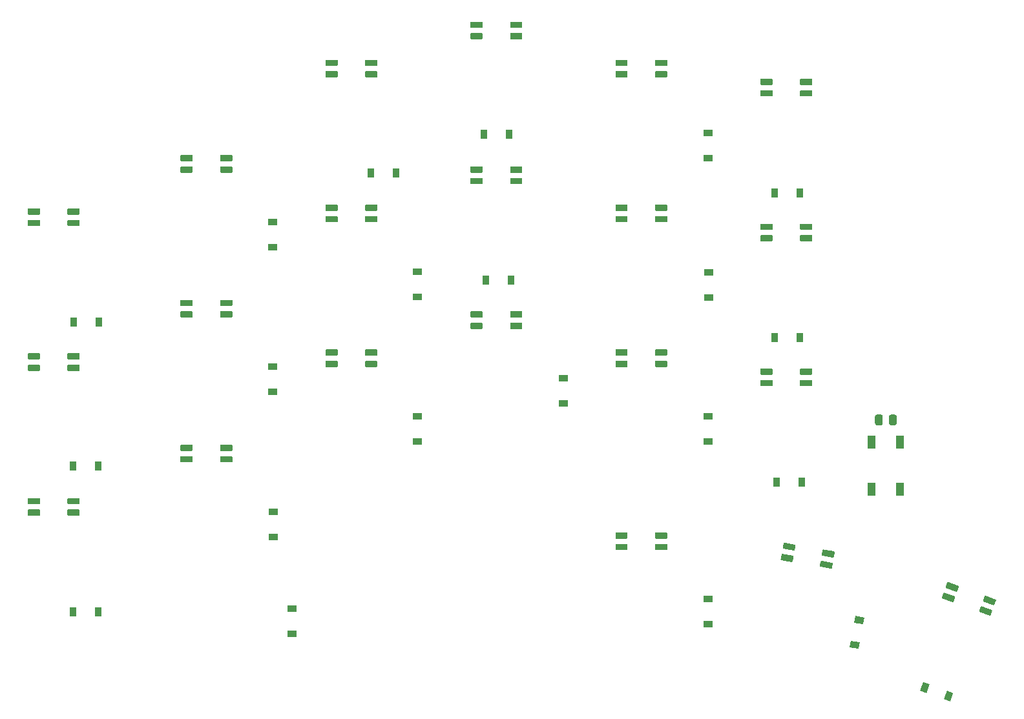
<source format=gbr>
%TF.GenerationSoftware,KiCad,Pcbnew,(5.1.10)-1*%
%TF.CreationDate,2021-12-02T09:38:37-08:00*%
%TF.ProjectId,luakeeb,6c75616b-6565-4622-9e6b-696361645f70,rev?*%
%TF.SameCoordinates,Original*%
%TF.FileFunction,Paste,Top*%
%TF.FilePolarity,Positive*%
%FSLAX46Y46*%
G04 Gerber Fmt 4.6, Leading zero omitted, Abs format (unit mm)*
G04 Created by KiCad (PCBNEW (5.1.10)-1) date 2021-12-02 09:38:37*
%MOMM*%
%LPD*%
G01*
G04 APERTURE LIST*
%ADD10R,0.900000X1.200000*%
%ADD11R,1.200000X0.900000*%
%ADD12C,0.100000*%
%ADD13R,1.100000X1.800000*%
G04 APERTURE END LIST*
D10*
%TO.C,D85*%
X43542393Y-111673704D03*
X46842393Y-111673704D03*
%TD*%
%TO.C,D84*%
X46842393Y-92572904D03*
X43542393Y-92572904D03*
%TD*%
%TO.C,D80*%
X43580493Y-73700704D03*
X46880493Y-73700704D03*
%TD*%
%TO.C,D78*%
G36*
G01*
X44315589Y-59606488D02*
X42879589Y-59606488D01*
G75*
G02*
X42797589Y-59524488I0J82000D01*
G01*
X42797589Y-58868488D01*
G75*
G02*
X42879589Y-58786488I82000J0D01*
G01*
X44315589Y-58786488D01*
G75*
G02*
X44397589Y-58868488I0J-82000D01*
G01*
X44397589Y-59524488D01*
G75*
G02*
X44315589Y-59606488I-82000J0D01*
G01*
G37*
G36*
G01*
X44315589Y-61106488D02*
X42879589Y-61106488D01*
G75*
G02*
X42797589Y-61024488I0J82000D01*
G01*
X42797589Y-60368488D01*
G75*
G02*
X42879589Y-60286488I82000J0D01*
G01*
X44315589Y-60286488D01*
G75*
G02*
X44397589Y-60368488I0J-82000D01*
G01*
X44397589Y-61024488D01*
G75*
G02*
X44315589Y-61106488I-82000J0D01*
G01*
G37*
G36*
G01*
X39115589Y-59606488D02*
X37679589Y-59606488D01*
G75*
G02*
X37597589Y-59524488I0J82000D01*
G01*
X37597589Y-58868488D01*
G75*
G02*
X37679589Y-58786488I82000J0D01*
G01*
X39115589Y-58786488D01*
G75*
G02*
X39197589Y-58868488I0J-82000D01*
G01*
X39197589Y-59524488D01*
G75*
G02*
X39115589Y-59606488I-82000J0D01*
G01*
G37*
G36*
G01*
X39115589Y-61106488D02*
X37679589Y-61106488D01*
G75*
G02*
X37597589Y-61024488I0J82000D01*
G01*
X37597589Y-60368488D01*
G75*
G02*
X37679589Y-60286488I82000J0D01*
G01*
X39115589Y-60286488D01*
G75*
G02*
X39197589Y-60368488I0J-82000D01*
G01*
X39197589Y-61024488D01*
G75*
G02*
X39115589Y-61106488I-82000J0D01*
G01*
G37*
%TD*%
%TO.C,D76*%
G36*
G01*
X44315589Y-78606487D02*
X42879589Y-78606487D01*
G75*
G02*
X42797589Y-78524487I0J82000D01*
G01*
X42797589Y-77868487D01*
G75*
G02*
X42879589Y-77786487I82000J0D01*
G01*
X44315589Y-77786487D01*
G75*
G02*
X44397589Y-77868487I0J-82000D01*
G01*
X44397589Y-78524487D01*
G75*
G02*
X44315589Y-78606487I-82000J0D01*
G01*
G37*
G36*
G01*
X44315589Y-80106487D02*
X42879589Y-80106487D01*
G75*
G02*
X42797589Y-80024487I0J82000D01*
G01*
X42797589Y-79368487D01*
G75*
G02*
X42879589Y-79286487I82000J0D01*
G01*
X44315589Y-79286487D01*
G75*
G02*
X44397589Y-79368487I0J-82000D01*
G01*
X44397589Y-80024487D01*
G75*
G02*
X44315589Y-80106487I-82000J0D01*
G01*
G37*
G36*
G01*
X39115589Y-78606487D02*
X37679589Y-78606487D01*
G75*
G02*
X37597589Y-78524487I0J82000D01*
G01*
X37597589Y-77868487D01*
G75*
G02*
X37679589Y-77786487I82000J0D01*
G01*
X39115589Y-77786487D01*
G75*
G02*
X39197589Y-77868487I0J-82000D01*
G01*
X39197589Y-78524487D01*
G75*
G02*
X39115589Y-78606487I-82000J0D01*
G01*
G37*
G36*
G01*
X39115589Y-80106487D02*
X37679589Y-80106487D01*
G75*
G02*
X37597589Y-80024487I0J82000D01*
G01*
X37597589Y-79368487D01*
G75*
G02*
X37679589Y-79286487I82000J0D01*
G01*
X39115589Y-79286487D01*
G75*
G02*
X39197589Y-79368487I0J-82000D01*
G01*
X39197589Y-80024487D01*
G75*
G02*
X39115589Y-80106487I-82000J0D01*
G01*
G37*
%TD*%
%TO.C,D74*%
G36*
G01*
X44315588Y-97606486D02*
X42879588Y-97606486D01*
G75*
G02*
X42797588Y-97524486I0J82000D01*
G01*
X42797588Y-96868486D01*
G75*
G02*
X42879588Y-96786486I82000J0D01*
G01*
X44315588Y-96786486D01*
G75*
G02*
X44397588Y-96868486I0J-82000D01*
G01*
X44397588Y-97524486D01*
G75*
G02*
X44315588Y-97606486I-82000J0D01*
G01*
G37*
G36*
G01*
X44315588Y-99106486D02*
X42879588Y-99106486D01*
G75*
G02*
X42797588Y-99024486I0J82000D01*
G01*
X42797588Y-98368486D01*
G75*
G02*
X42879588Y-98286486I82000J0D01*
G01*
X44315588Y-98286486D01*
G75*
G02*
X44397588Y-98368486I0J-82000D01*
G01*
X44397588Y-99024486D01*
G75*
G02*
X44315588Y-99106486I-82000J0D01*
G01*
G37*
G36*
G01*
X39115588Y-97606486D02*
X37679588Y-97606486D01*
G75*
G02*
X37597588Y-97524486I0J82000D01*
G01*
X37597588Y-96868486D01*
G75*
G02*
X37679588Y-96786486I82000J0D01*
G01*
X39115588Y-96786486D01*
G75*
G02*
X39197588Y-96868486I0J-82000D01*
G01*
X39197588Y-97524486D01*
G75*
G02*
X39115588Y-97606486I-82000J0D01*
G01*
G37*
G36*
G01*
X39115588Y-99106486D02*
X37679588Y-99106486D01*
G75*
G02*
X37597588Y-99024486I0J82000D01*
G01*
X37597588Y-98368486D01*
G75*
G02*
X37679588Y-98286486I82000J0D01*
G01*
X39115588Y-98286486D01*
G75*
G02*
X39197588Y-98368486I0J-82000D01*
G01*
X39197588Y-99024486D01*
G75*
G02*
X39115588Y-99106486I-82000J0D01*
G01*
G37*
%TD*%
%TO.C,D73*%
G36*
G01*
X164173765Y-110833646D02*
X162824366Y-110342505D01*
G75*
G02*
X162775357Y-110237404I28046J77055D01*
G01*
X162999722Y-109620965D01*
G75*
G02*
X163104823Y-109571956I77055J-28046D01*
G01*
X164454222Y-110063097D01*
G75*
G02*
X164503231Y-110168198I-28046J-77055D01*
G01*
X164278866Y-110784637D01*
G75*
G02*
X164173765Y-110833646I-77055J28046D01*
G01*
G37*
G36*
G01*
X163660735Y-112243185D02*
X162311336Y-111752044D01*
G75*
G02*
X162262327Y-111646943I28046J77055D01*
G01*
X162486692Y-111030504D01*
G75*
G02*
X162591793Y-110981495I77055J-28046D01*
G01*
X163941192Y-111472636D01*
G75*
G02*
X163990201Y-111577737I-28046J-77055D01*
G01*
X163765836Y-112194176D01*
G75*
G02*
X163660735Y-112243185I-77055J28046D01*
G01*
G37*
G36*
G01*
X159287363Y-109055142D02*
X157937964Y-108564001D01*
G75*
G02*
X157888955Y-108458900I28046J77055D01*
G01*
X158113320Y-107842461D01*
G75*
G02*
X158218421Y-107793452I77055J-28046D01*
G01*
X159567820Y-108284593D01*
G75*
G02*
X159616829Y-108389694I-28046J-77055D01*
G01*
X159392464Y-109006133D01*
G75*
G02*
X159287363Y-109055142I-77055J28046D01*
G01*
G37*
G36*
G01*
X158774333Y-110464681D02*
X157424934Y-109973540D01*
G75*
G02*
X157375925Y-109868439I28046J77055D01*
G01*
X157600290Y-109252000D01*
G75*
G02*
X157705391Y-109202991I77055J-28046D01*
G01*
X159054790Y-109694132D01*
G75*
G02*
X159103799Y-109799233I-28046J-77055D01*
G01*
X158879434Y-110415672D01*
G75*
G02*
X158774333Y-110464681I-77055J28046D01*
G01*
G37*
%TD*%
%TO.C,D72*%
G36*
G01*
X102315586Y-73106488D02*
X100879586Y-73106488D01*
G75*
G02*
X100797586Y-73024488I0J82000D01*
G01*
X100797586Y-72368488D01*
G75*
G02*
X100879586Y-72286488I82000J0D01*
G01*
X102315586Y-72286488D01*
G75*
G02*
X102397586Y-72368488I0J-82000D01*
G01*
X102397586Y-73024488D01*
G75*
G02*
X102315586Y-73106488I-82000J0D01*
G01*
G37*
G36*
G01*
X102315586Y-74606488D02*
X100879586Y-74606488D01*
G75*
G02*
X100797586Y-74524488I0J82000D01*
G01*
X100797586Y-73868488D01*
G75*
G02*
X100879586Y-73786488I82000J0D01*
G01*
X102315586Y-73786488D01*
G75*
G02*
X102397586Y-73868488I0J-82000D01*
G01*
X102397586Y-74524488D01*
G75*
G02*
X102315586Y-74606488I-82000J0D01*
G01*
G37*
G36*
G01*
X97115586Y-73106488D02*
X95679586Y-73106488D01*
G75*
G02*
X95597586Y-73024488I0J82000D01*
G01*
X95597586Y-72368488D01*
G75*
G02*
X95679586Y-72286488I82000J0D01*
G01*
X97115586Y-72286488D01*
G75*
G02*
X97197586Y-72368488I0J-82000D01*
G01*
X97197586Y-73024488D01*
G75*
G02*
X97115586Y-73106488I-82000J0D01*
G01*
G37*
G36*
G01*
X97115586Y-74606488D02*
X95679586Y-74606488D01*
G75*
G02*
X95597586Y-74524488I0J82000D01*
G01*
X95597586Y-73868488D01*
G75*
G02*
X95679586Y-73786488I82000J0D01*
G01*
X97115586Y-73786488D01*
G75*
G02*
X97197586Y-73868488I0J-82000D01*
G01*
X97197586Y-74524488D01*
G75*
G02*
X97115586Y-74606488I-82000J0D01*
G01*
G37*
%TD*%
%TO.C,D71*%
G36*
G01*
X143126439Y-104595264D02*
X141712255Y-104345906D01*
G75*
G02*
X141645740Y-104250913I14239J80754D01*
G01*
X141759654Y-103604879D01*
G75*
G02*
X141854647Y-103538364I80754J-14239D01*
G01*
X143268831Y-103787722D01*
G75*
G02*
X143335346Y-103882715I-14239J-80754D01*
G01*
X143221432Y-104528749D01*
G75*
G02*
X143126439Y-104595264I-80754J14239D01*
G01*
G37*
G36*
G01*
X142865967Y-106072476D02*
X141451783Y-105823118D01*
G75*
G02*
X141385268Y-105728125I14239J80754D01*
G01*
X141499182Y-105082091D01*
G75*
G02*
X141594175Y-105015576I80754J-14239D01*
G01*
X143008359Y-105264934D01*
G75*
G02*
X143074874Y-105359927I-14239J-80754D01*
G01*
X142960960Y-106005961D01*
G75*
G02*
X142865967Y-106072476I-80754J14239D01*
G01*
G37*
G36*
G01*
X138005439Y-103692294D02*
X136591255Y-103442936D01*
G75*
G02*
X136524740Y-103347943I14239J80754D01*
G01*
X136638654Y-102701909D01*
G75*
G02*
X136733647Y-102635394I80754J-14239D01*
G01*
X138147831Y-102884752D01*
G75*
G02*
X138214346Y-102979745I-14239J-80754D01*
G01*
X138100432Y-103625779D01*
G75*
G02*
X138005439Y-103692294I-80754J14239D01*
G01*
G37*
G36*
G01*
X137744966Y-105169505D02*
X136330782Y-104920147D01*
G75*
G02*
X136264267Y-104825154I14239J80754D01*
G01*
X136378181Y-104179120D01*
G75*
G02*
X136473174Y-104112605I80754J-14239D01*
G01*
X137887358Y-104361963D01*
G75*
G02*
X137953873Y-104456956I-14239J-80754D01*
G01*
X137839959Y-105102990D01*
G75*
G02*
X137744966Y-105169505I-80754J14239D01*
G01*
G37*
%TD*%
%TO.C,D70*%
G36*
G01*
X102315587Y-54106488D02*
X100879587Y-54106488D01*
G75*
G02*
X100797587Y-54024488I0J82000D01*
G01*
X100797587Y-53368488D01*
G75*
G02*
X100879587Y-53286488I82000J0D01*
G01*
X102315587Y-53286488D01*
G75*
G02*
X102397587Y-53368488I0J-82000D01*
G01*
X102397587Y-54024488D01*
G75*
G02*
X102315587Y-54106488I-82000J0D01*
G01*
G37*
G36*
G01*
X102315587Y-55606488D02*
X100879587Y-55606488D01*
G75*
G02*
X100797587Y-55524488I0J82000D01*
G01*
X100797587Y-54868488D01*
G75*
G02*
X100879587Y-54786488I82000J0D01*
G01*
X102315587Y-54786488D01*
G75*
G02*
X102397587Y-54868488I0J-82000D01*
G01*
X102397587Y-55524488D01*
G75*
G02*
X102315587Y-55606488I-82000J0D01*
G01*
G37*
G36*
G01*
X97115587Y-54106488D02*
X95679587Y-54106488D01*
G75*
G02*
X95597587Y-54024488I0J82000D01*
G01*
X95597587Y-53368488D01*
G75*
G02*
X95679587Y-53286488I82000J0D01*
G01*
X97115587Y-53286488D01*
G75*
G02*
X97197587Y-53368488I0J-82000D01*
G01*
X97197587Y-54024488D01*
G75*
G02*
X97115587Y-54106488I-82000J0D01*
G01*
G37*
G36*
G01*
X97115587Y-55606488D02*
X95679587Y-55606488D01*
G75*
G02*
X95597587Y-55524488I0J82000D01*
G01*
X95597587Y-54868488D01*
G75*
G02*
X95679587Y-54786488I82000J0D01*
G01*
X97115587Y-54786488D01*
G75*
G02*
X97197587Y-54868488I0J-82000D01*
G01*
X97197587Y-55524488D01*
G75*
G02*
X97115587Y-55606488I-82000J0D01*
G01*
G37*
%TD*%
%TO.C,D69*%
G36*
G01*
X102315587Y-35106489D02*
X100879587Y-35106489D01*
G75*
G02*
X100797587Y-35024489I0J82000D01*
G01*
X100797587Y-34368489D01*
G75*
G02*
X100879587Y-34286489I82000J0D01*
G01*
X102315587Y-34286489D01*
G75*
G02*
X102397587Y-34368489I0J-82000D01*
G01*
X102397587Y-35024489D01*
G75*
G02*
X102315587Y-35106489I-82000J0D01*
G01*
G37*
G36*
G01*
X102315587Y-36606489D02*
X100879587Y-36606489D01*
G75*
G02*
X100797587Y-36524489I0J82000D01*
G01*
X100797587Y-35868489D01*
G75*
G02*
X100879587Y-35786489I82000J0D01*
G01*
X102315587Y-35786489D01*
G75*
G02*
X102397587Y-35868489I0J-82000D01*
G01*
X102397587Y-36524489D01*
G75*
G02*
X102315587Y-36606489I-82000J0D01*
G01*
G37*
G36*
G01*
X97115587Y-35106489D02*
X95679587Y-35106489D01*
G75*
G02*
X95597587Y-35024489I0J82000D01*
G01*
X95597587Y-34368489D01*
G75*
G02*
X95679587Y-34286489I82000J0D01*
G01*
X97115587Y-34286489D01*
G75*
G02*
X97197587Y-34368489I0J-82000D01*
G01*
X97197587Y-35024489D01*
G75*
G02*
X97115587Y-35106489I-82000J0D01*
G01*
G37*
G36*
G01*
X97115587Y-36606489D02*
X95679587Y-36606489D01*
G75*
G02*
X95597587Y-36524489I0J82000D01*
G01*
X95597587Y-35868489D01*
G75*
G02*
X95679587Y-35786489I82000J0D01*
G01*
X97115587Y-35786489D01*
G75*
G02*
X97197587Y-35868489I0J-82000D01*
G01*
X97197587Y-36524489D01*
G75*
G02*
X97115587Y-36606489I-82000J0D01*
G01*
G37*
%TD*%
%TO.C,D68*%
G36*
G01*
X121315586Y-102106488D02*
X119879586Y-102106488D01*
G75*
G02*
X119797586Y-102024488I0J82000D01*
G01*
X119797586Y-101368488D01*
G75*
G02*
X119879586Y-101286488I82000J0D01*
G01*
X121315586Y-101286488D01*
G75*
G02*
X121397586Y-101368488I0J-82000D01*
G01*
X121397586Y-102024488D01*
G75*
G02*
X121315586Y-102106488I-82000J0D01*
G01*
G37*
G36*
G01*
X121315586Y-103606488D02*
X119879586Y-103606488D01*
G75*
G02*
X119797586Y-103524488I0J82000D01*
G01*
X119797586Y-102868488D01*
G75*
G02*
X119879586Y-102786488I82000J0D01*
G01*
X121315586Y-102786488D01*
G75*
G02*
X121397586Y-102868488I0J-82000D01*
G01*
X121397586Y-103524488D01*
G75*
G02*
X121315586Y-103606488I-82000J0D01*
G01*
G37*
G36*
G01*
X116115586Y-102106488D02*
X114679586Y-102106488D01*
G75*
G02*
X114597586Y-102024488I0J82000D01*
G01*
X114597586Y-101368488D01*
G75*
G02*
X114679586Y-101286488I82000J0D01*
G01*
X116115586Y-101286488D01*
G75*
G02*
X116197586Y-101368488I0J-82000D01*
G01*
X116197586Y-102024488D01*
G75*
G02*
X116115586Y-102106488I-82000J0D01*
G01*
G37*
G36*
G01*
X116115586Y-103606488D02*
X114679586Y-103606488D01*
G75*
G02*
X114597586Y-103524488I0J82000D01*
G01*
X114597586Y-102868488D01*
G75*
G02*
X114679586Y-102786488I82000J0D01*
G01*
X116115586Y-102786488D01*
G75*
G02*
X116197586Y-102868488I0J-82000D01*
G01*
X116197586Y-103524488D01*
G75*
G02*
X116115586Y-103606488I-82000J0D01*
G01*
G37*
%TD*%
%TO.C,D67*%
G36*
G01*
X83315588Y-40106489D02*
X81879588Y-40106489D01*
G75*
G02*
X81797588Y-40024489I0J82000D01*
G01*
X81797588Y-39368489D01*
G75*
G02*
X81879588Y-39286489I82000J0D01*
G01*
X83315588Y-39286489D01*
G75*
G02*
X83397588Y-39368489I0J-82000D01*
G01*
X83397588Y-40024489D01*
G75*
G02*
X83315588Y-40106489I-82000J0D01*
G01*
G37*
G36*
G01*
X83315588Y-41606489D02*
X81879588Y-41606489D01*
G75*
G02*
X81797588Y-41524489I0J82000D01*
G01*
X81797588Y-40868489D01*
G75*
G02*
X81879588Y-40786489I82000J0D01*
G01*
X83315588Y-40786489D01*
G75*
G02*
X83397588Y-40868489I0J-82000D01*
G01*
X83397588Y-41524489D01*
G75*
G02*
X83315588Y-41606489I-82000J0D01*
G01*
G37*
G36*
G01*
X78115588Y-40106489D02*
X76679588Y-40106489D01*
G75*
G02*
X76597588Y-40024489I0J82000D01*
G01*
X76597588Y-39368489D01*
G75*
G02*
X76679588Y-39286489I82000J0D01*
G01*
X78115588Y-39286489D01*
G75*
G02*
X78197588Y-39368489I0J-82000D01*
G01*
X78197588Y-40024489D01*
G75*
G02*
X78115588Y-40106489I-82000J0D01*
G01*
G37*
G36*
G01*
X78115588Y-41606489D02*
X76679588Y-41606489D01*
G75*
G02*
X76597588Y-41524489I0J82000D01*
G01*
X76597588Y-40868489D01*
G75*
G02*
X76679588Y-40786489I82000J0D01*
G01*
X78115588Y-40786489D01*
G75*
G02*
X78197588Y-40868489I0J-82000D01*
G01*
X78197588Y-41524489D01*
G75*
G02*
X78115588Y-41606489I-82000J0D01*
G01*
G37*
%TD*%
%TO.C,D66*%
G36*
G01*
X140315585Y-80606488D02*
X138879585Y-80606488D01*
G75*
G02*
X138797585Y-80524488I0J82000D01*
G01*
X138797585Y-79868488D01*
G75*
G02*
X138879585Y-79786488I82000J0D01*
G01*
X140315585Y-79786488D01*
G75*
G02*
X140397585Y-79868488I0J-82000D01*
G01*
X140397585Y-80524488D01*
G75*
G02*
X140315585Y-80606488I-82000J0D01*
G01*
G37*
G36*
G01*
X140315585Y-82106488D02*
X138879585Y-82106488D01*
G75*
G02*
X138797585Y-82024488I0J82000D01*
G01*
X138797585Y-81368488D01*
G75*
G02*
X138879585Y-81286488I82000J0D01*
G01*
X140315585Y-81286488D01*
G75*
G02*
X140397585Y-81368488I0J-82000D01*
G01*
X140397585Y-82024488D01*
G75*
G02*
X140315585Y-82106488I-82000J0D01*
G01*
G37*
G36*
G01*
X135115585Y-80606488D02*
X133679585Y-80606488D01*
G75*
G02*
X133597585Y-80524488I0J82000D01*
G01*
X133597585Y-79868488D01*
G75*
G02*
X133679585Y-79786488I82000J0D01*
G01*
X135115585Y-79786488D01*
G75*
G02*
X135197585Y-79868488I0J-82000D01*
G01*
X135197585Y-80524488D01*
G75*
G02*
X135115585Y-80606488I-82000J0D01*
G01*
G37*
G36*
G01*
X135115585Y-82106488D02*
X133679585Y-82106488D01*
G75*
G02*
X133597585Y-82024488I0J82000D01*
G01*
X133597585Y-81368488D01*
G75*
G02*
X133679585Y-81286488I82000J0D01*
G01*
X135115585Y-81286488D01*
G75*
G02*
X135197585Y-81368488I0J-82000D01*
G01*
X135197585Y-82024488D01*
G75*
G02*
X135115585Y-82106488I-82000J0D01*
G01*
G37*
%TD*%
%TO.C,D65*%
G36*
G01*
X83315588Y-59106488D02*
X81879588Y-59106488D01*
G75*
G02*
X81797588Y-59024488I0J82000D01*
G01*
X81797588Y-58368488D01*
G75*
G02*
X81879588Y-58286488I82000J0D01*
G01*
X83315588Y-58286488D01*
G75*
G02*
X83397588Y-58368488I0J-82000D01*
G01*
X83397588Y-59024488D01*
G75*
G02*
X83315588Y-59106488I-82000J0D01*
G01*
G37*
G36*
G01*
X83315588Y-60606488D02*
X81879588Y-60606488D01*
G75*
G02*
X81797588Y-60524488I0J82000D01*
G01*
X81797588Y-59868488D01*
G75*
G02*
X81879588Y-59786488I82000J0D01*
G01*
X83315588Y-59786488D01*
G75*
G02*
X83397588Y-59868488I0J-82000D01*
G01*
X83397588Y-60524488D01*
G75*
G02*
X83315588Y-60606488I-82000J0D01*
G01*
G37*
G36*
G01*
X78115588Y-59106488D02*
X76679588Y-59106488D01*
G75*
G02*
X76597588Y-59024488I0J82000D01*
G01*
X76597588Y-58368488D01*
G75*
G02*
X76679588Y-58286488I82000J0D01*
G01*
X78115588Y-58286488D01*
G75*
G02*
X78197588Y-58368488I0J-82000D01*
G01*
X78197588Y-59024488D01*
G75*
G02*
X78115588Y-59106488I-82000J0D01*
G01*
G37*
G36*
G01*
X78115588Y-60606488D02*
X76679588Y-60606488D01*
G75*
G02*
X76597588Y-60524488I0J82000D01*
G01*
X76597588Y-59868488D01*
G75*
G02*
X76679588Y-59786488I82000J0D01*
G01*
X78115588Y-59786488D01*
G75*
G02*
X78197588Y-59868488I0J-82000D01*
G01*
X78197588Y-60524488D01*
G75*
G02*
X78115588Y-60606488I-82000J0D01*
G01*
G37*
%TD*%
%TO.C,D64*%
G36*
G01*
X140315585Y-61606489D02*
X138879585Y-61606489D01*
G75*
G02*
X138797585Y-61524489I0J82000D01*
G01*
X138797585Y-60868489D01*
G75*
G02*
X138879585Y-60786489I82000J0D01*
G01*
X140315585Y-60786489D01*
G75*
G02*
X140397585Y-60868489I0J-82000D01*
G01*
X140397585Y-61524489D01*
G75*
G02*
X140315585Y-61606489I-82000J0D01*
G01*
G37*
G36*
G01*
X140315585Y-63106489D02*
X138879585Y-63106489D01*
G75*
G02*
X138797585Y-63024489I0J82000D01*
G01*
X138797585Y-62368489D01*
G75*
G02*
X138879585Y-62286489I82000J0D01*
G01*
X140315585Y-62286489D01*
G75*
G02*
X140397585Y-62368489I0J-82000D01*
G01*
X140397585Y-63024489D01*
G75*
G02*
X140315585Y-63106489I-82000J0D01*
G01*
G37*
G36*
G01*
X135115585Y-61606489D02*
X133679585Y-61606489D01*
G75*
G02*
X133597585Y-61524489I0J82000D01*
G01*
X133597585Y-60868489D01*
G75*
G02*
X133679585Y-60786489I82000J0D01*
G01*
X135115585Y-60786489D01*
G75*
G02*
X135197585Y-60868489I0J-82000D01*
G01*
X135197585Y-61524489D01*
G75*
G02*
X135115585Y-61606489I-82000J0D01*
G01*
G37*
G36*
G01*
X135115585Y-63106489D02*
X133679585Y-63106489D01*
G75*
G02*
X133597585Y-63024489I0J82000D01*
G01*
X133597585Y-62368489D01*
G75*
G02*
X133679585Y-62286489I82000J0D01*
G01*
X135115585Y-62286489D01*
G75*
G02*
X135197585Y-62368489I0J-82000D01*
G01*
X135197585Y-63024489D01*
G75*
G02*
X135115585Y-63106489I-82000J0D01*
G01*
G37*
%TD*%
%TO.C,D63*%
G36*
G01*
X83315587Y-78106487D02*
X81879587Y-78106487D01*
G75*
G02*
X81797587Y-78024487I0J82000D01*
G01*
X81797587Y-77368487D01*
G75*
G02*
X81879587Y-77286487I82000J0D01*
G01*
X83315587Y-77286487D01*
G75*
G02*
X83397587Y-77368487I0J-82000D01*
G01*
X83397587Y-78024487D01*
G75*
G02*
X83315587Y-78106487I-82000J0D01*
G01*
G37*
G36*
G01*
X83315587Y-79606487D02*
X81879587Y-79606487D01*
G75*
G02*
X81797587Y-79524487I0J82000D01*
G01*
X81797587Y-78868487D01*
G75*
G02*
X81879587Y-78786487I82000J0D01*
G01*
X83315587Y-78786487D01*
G75*
G02*
X83397587Y-78868487I0J-82000D01*
G01*
X83397587Y-79524487D01*
G75*
G02*
X83315587Y-79606487I-82000J0D01*
G01*
G37*
G36*
G01*
X78115587Y-78106487D02*
X76679587Y-78106487D01*
G75*
G02*
X76597587Y-78024487I0J82000D01*
G01*
X76597587Y-77368487D01*
G75*
G02*
X76679587Y-77286487I82000J0D01*
G01*
X78115587Y-77286487D01*
G75*
G02*
X78197587Y-77368487I0J-82000D01*
G01*
X78197587Y-78024487D01*
G75*
G02*
X78115587Y-78106487I-82000J0D01*
G01*
G37*
G36*
G01*
X78115587Y-79606487D02*
X76679587Y-79606487D01*
G75*
G02*
X76597587Y-79524487I0J82000D01*
G01*
X76597587Y-78868487D01*
G75*
G02*
X76679587Y-78786487I82000J0D01*
G01*
X78115587Y-78786487D01*
G75*
G02*
X78197587Y-78868487I0J-82000D01*
G01*
X78197587Y-79524487D01*
G75*
G02*
X78115587Y-79606487I-82000J0D01*
G01*
G37*
%TD*%
%TO.C,D62*%
G36*
G01*
X140315585Y-42606490D02*
X138879585Y-42606490D01*
G75*
G02*
X138797585Y-42524490I0J82000D01*
G01*
X138797585Y-41868490D01*
G75*
G02*
X138879585Y-41786490I82000J0D01*
G01*
X140315585Y-41786490D01*
G75*
G02*
X140397585Y-41868490I0J-82000D01*
G01*
X140397585Y-42524490D01*
G75*
G02*
X140315585Y-42606490I-82000J0D01*
G01*
G37*
G36*
G01*
X140315585Y-44106490D02*
X138879585Y-44106490D01*
G75*
G02*
X138797585Y-44024490I0J82000D01*
G01*
X138797585Y-43368490D01*
G75*
G02*
X138879585Y-43286490I82000J0D01*
G01*
X140315585Y-43286490D01*
G75*
G02*
X140397585Y-43368490I0J-82000D01*
G01*
X140397585Y-44024490D01*
G75*
G02*
X140315585Y-44106490I-82000J0D01*
G01*
G37*
G36*
G01*
X135115585Y-42606490D02*
X133679585Y-42606490D01*
G75*
G02*
X133597585Y-42524490I0J82000D01*
G01*
X133597585Y-41868490D01*
G75*
G02*
X133679585Y-41786490I82000J0D01*
G01*
X135115585Y-41786490D01*
G75*
G02*
X135197585Y-41868490I0J-82000D01*
G01*
X135197585Y-42524490D01*
G75*
G02*
X135115585Y-42606490I-82000J0D01*
G01*
G37*
G36*
G01*
X135115585Y-44106490D02*
X133679585Y-44106490D01*
G75*
G02*
X133597585Y-44024490I0J82000D01*
G01*
X133597585Y-43368490D01*
G75*
G02*
X133679585Y-43286490I82000J0D01*
G01*
X135115585Y-43286490D01*
G75*
G02*
X135197585Y-43368490I0J-82000D01*
G01*
X135197585Y-44024490D01*
G75*
G02*
X135115585Y-44106490I-82000J0D01*
G01*
G37*
%TD*%
%TO.C,D61*%
G36*
G01*
X121315586Y-40106489D02*
X119879586Y-40106489D01*
G75*
G02*
X119797586Y-40024489I0J82000D01*
G01*
X119797586Y-39368489D01*
G75*
G02*
X119879586Y-39286489I82000J0D01*
G01*
X121315586Y-39286489D01*
G75*
G02*
X121397586Y-39368489I0J-82000D01*
G01*
X121397586Y-40024489D01*
G75*
G02*
X121315586Y-40106489I-82000J0D01*
G01*
G37*
G36*
G01*
X121315586Y-41606489D02*
X119879586Y-41606489D01*
G75*
G02*
X119797586Y-41524489I0J82000D01*
G01*
X119797586Y-40868489D01*
G75*
G02*
X119879586Y-40786489I82000J0D01*
G01*
X121315586Y-40786489D01*
G75*
G02*
X121397586Y-40868489I0J-82000D01*
G01*
X121397586Y-41524489D01*
G75*
G02*
X121315586Y-41606489I-82000J0D01*
G01*
G37*
G36*
G01*
X116115586Y-40106489D02*
X114679586Y-40106489D01*
G75*
G02*
X114597586Y-40024489I0J82000D01*
G01*
X114597586Y-39368489D01*
G75*
G02*
X114679586Y-39286489I82000J0D01*
G01*
X116115586Y-39286489D01*
G75*
G02*
X116197586Y-39368489I0J-82000D01*
G01*
X116197586Y-40024489D01*
G75*
G02*
X116115586Y-40106489I-82000J0D01*
G01*
G37*
G36*
G01*
X116115586Y-41606489D02*
X114679586Y-41606489D01*
G75*
G02*
X114597586Y-41524489I0J82000D01*
G01*
X114597586Y-40868489D01*
G75*
G02*
X114679586Y-40786489I82000J0D01*
G01*
X116115586Y-40786489D01*
G75*
G02*
X116197586Y-40868489I0J-82000D01*
G01*
X116197586Y-41524489D01*
G75*
G02*
X116115586Y-41606489I-82000J0D01*
G01*
G37*
%TD*%
%TO.C,D58*%
G36*
G01*
X64315588Y-90606486D02*
X62879588Y-90606486D01*
G75*
G02*
X62797588Y-90524486I0J82000D01*
G01*
X62797588Y-89868486D01*
G75*
G02*
X62879588Y-89786486I82000J0D01*
G01*
X64315588Y-89786486D01*
G75*
G02*
X64397588Y-89868486I0J-82000D01*
G01*
X64397588Y-90524486D01*
G75*
G02*
X64315588Y-90606486I-82000J0D01*
G01*
G37*
G36*
G01*
X64315588Y-92106486D02*
X62879588Y-92106486D01*
G75*
G02*
X62797588Y-92024486I0J82000D01*
G01*
X62797588Y-91368486D01*
G75*
G02*
X62879588Y-91286486I82000J0D01*
G01*
X64315588Y-91286486D01*
G75*
G02*
X64397588Y-91368486I0J-82000D01*
G01*
X64397588Y-92024486D01*
G75*
G02*
X64315588Y-92106486I-82000J0D01*
G01*
G37*
G36*
G01*
X59115588Y-90606486D02*
X57679588Y-90606486D01*
G75*
G02*
X57597588Y-90524486I0J82000D01*
G01*
X57597588Y-89868486D01*
G75*
G02*
X57679588Y-89786486I82000J0D01*
G01*
X59115588Y-89786486D01*
G75*
G02*
X59197588Y-89868486I0J-82000D01*
G01*
X59197588Y-90524486D01*
G75*
G02*
X59115588Y-90606486I-82000J0D01*
G01*
G37*
G36*
G01*
X59115588Y-92106486D02*
X57679588Y-92106486D01*
G75*
G02*
X57597588Y-92024486I0J82000D01*
G01*
X57597588Y-91368486D01*
G75*
G02*
X57679588Y-91286486I82000J0D01*
G01*
X59115588Y-91286486D01*
G75*
G02*
X59197588Y-91368486I0J-82000D01*
G01*
X59197588Y-92024486D01*
G75*
G02*
X59115588Y-92106486I-82000J0D01*
G01*
G37*
%TD*%
%TO.C,D44*%
G36*
G01*
X121315586Y-59106488D02*
X119879586Y-59106488D01*
G75*
G02*
X119797586Y-59024488I0J82000D01*
G01*
X119797586Y-58368488D01*
G75*
G02*
X119879586Y-58286488I82000J0D01*
G01*
X121315586Y-58286488D01*
G75*
G02*
X121397586Y-58368488I0J-82000D01*
G01*
X121397586Y-59024488D01*
G75*
G02*
X121315586Y-59106488I-82000J0D01*
G01*
G37*
G36*
G01*
X121315586Y-60606488D02*
X119879586Y-60606488D01*
G75*
G02*
X119797586Y-60524488I0J82000D01*
G01*
X119797586Y-59868488D01*
G75*
G02*
X119879586Y-59786488I82000J0D01*
G01*
X121315586Y-59786488D01*
G75*
G02*
X121397586Y-59868488I0J-82000D01*
G01*
X121397586Y-60524488D01*
G75*
G02*
X121315586Y-60606488I-82000J0D01*
G01*
G37*
G36*
G01*
X116115586Y-59106488D02*
X114679586Y-59106488D01*
G75*
G02*
X114597586Y-59024488I0J82000D01*
G01*
X114597586Y-58368488D01*
G75*
G02*
X114679586Y-58286488I82000J0D01*
G01*
X116115586Y-58286488D01*
G75*
G02*
X116197586Y-58368488I0J-82000D01*
G01*
X116197586Y-59024488D01*
G75*
G02*
X116115586Y-59106488I-82000J0D01*
G01*
G37*
G36*
G01*
X116115586Y-60606488D02*
X114679586Y-60606488D01*
G75*
G02*
X114597586Y-60524488I0J82000D01*
G01*
X114597586Y-59868488D01*
G75*
G02*
X114679586Y-59786488I82000J0D01*
G01*
X116115586Y-59786488D01*
G75*
G02*
X116197586Y-59868488I0J-82000D01*
G01*
X116197586Y-60524488D01*
G75*
G02*
X116115586Y-60606488I-82000J0D01*
G01*
G37*
%TD*%
%TO.C,D40*%
G36*
G01*
X64315589Y-71606487D02*
X62879589Y-71606487D01*
G75*
G02*
X62797589Y-71524487I0J82000D01*
G01*
X62797589Y-70868487D01*
G75*
G02*
X62879589Y-70786487I82000J0D01*
G01*
X64315589Y-70786487D01*
G75*
G02*
X64397589Y-70868487I0J-82000D01*
G01*
X64397589Y-71524487D01*
G75*
G02*
X64315589Y-71606487I-82000J0D01*
G01*
G37*
G36*
G01*
X64315589Y-73106487D02*
X62879589Y-73106487D01*
G75*
G02*
X62797589Y-73024487I0J82000D01*
G01*
X62797589Y-72368487D01*
G75*
G02*
X62879589Y-72286487I82000J0D01*
G01*
X64315589Y-72286487D01*
G75*
G02*
X64397589Y-72368487I0J-82000D01*
G01*
X64397589Y-73024487D01*
G75*
G02*
X64315589Y-73106487I-82000J0D01*
G01*
G37*
G36*
G01*
X59115589Y-71606487D02*
X57679589Y-71606487D01*
G75*
G02*
X57597589Y-71524487I0J82000D01*
G01*
X57597589Y-70868487D01*
G75*
G02*
X57679589Y-70786487I82000J0D01*
G01*
X59115589Y-70786487D01*
G75*
G02*
X59197589Y-70868487I0J-82000D01*
G01*
X59197589Y-71524487D01*
G75*
G02*
X59115589Y-71606487I-82000J0D01*
G01*
G37*
G36*
G01*
X59115589Y-73106487D02*
X57679589Y-73106487D01*
G75*
G02*
X57597589Y-73024487I0J82000D01*
G01*
X57597589Y-72368487D01*
G75*
G02*
X57679589Y-72286487I82000J0D01*
G01*
X59115589Y-72286487D01*
G75*
G02*
X59197589Y-72368487I0J-82000D01*
G01*
X59197589Y-73024487D01*
G75*
G02*
X59115589Y-73106487I-82000J0D01*
G01*
G37*
%TD*%
%TO.C,D39*%
G36*
G01*
X121315586Y-78106488D02*
X119879586Y-78106488D01*
G75*
G02*
X119797586Y-78024488I0J82000D01*
G01*
X119797586Y-77368488D01*
G75*
G02*
X119879586Y-77286488I82000J0D01*
G01*
X121315586Y-77286488D01*
G75*
G02*
X121397586Y-77368488I0J-82000D01*
G01*
X121397586Y-78024488D01*
G75*
G02*
X121315586Y-78106488I-82000J0D01*
G01*
G37*
G36*
G01*
X121315586Y-79606488D02*
X119879586Y-79606488D01*
G75*
G02*
X119797586Y-79524488I0J82000D01*
G01*
X119797586Y-78868488D01*
G75*
G02*
X119879586Y-78786488I82000J0D01*
G01*
X121315586Y-78786488D01*
G75*
G02*
X121397586Y-78868488I0J-82000D01*
G01*
X121397586Y-79524488D01*
G75*
G02*
X121315586Y-79606488I-82000J0D01*
G01*
G37*
G36*
G01*
X116115586Y-78106488D02*
X114679586Y-78106488D01*
G75*
G02*
X114597586Y-78024488I0J82000D01*
G01*
X114597586Y-77368488D01*
G75*
G02*
X114679586Y-77286488I82000J0D01*
G01*
X116115586Y-77286488D01*
G75*
G02*
X116197586Y-77368488I0J-82000D01*
G01*
X116197586Y-78024488D01*
G75*
G02*
X116115586Y-78106488I-82000J0D01*
G01*
G37*
G36*
G01*
X116115586Y-79606488D02*
X114679586Y-79606488D01*
G75*
G02*
X114597586Y-79524488I0J82000D01*
G01*
X114597586Y-78868488D01*
G75*
G02*
X114679586Y-78786488I82000J0D01*
G01*
X116115586Y-78786488D01*
G75*
G02*
X116197586Y-78868488I0J-82000D01*
G01*
X116197586Y-79524488D01*
G75*
G02*
X116115586Y-79606488I-82000J0D01*
G01*
G37*
%TD*%
%TO.C,D38*%
G36*
G01*
X64315589Y-52606488D02*
X62879589Y-52606488D01*
G75*
G02*
X62797589Y-52524488I0J82000D01*
G01*
X62797589Y-51868488D01*
G75*
G02*
X62879589Y-51786488I82000J0D01*
G01*
X64315589Y-51786488D01*
G75*
G02*
X64397589Y-51868488I0J-82000D01*
G01*
X64397589Y-52524488D01*
G75*
G02*
X64315589Y-52606488I-82000J0D01*
G01*
G37*
G36*
G01*
X64315589Y-54106488D02*
X62879589Y-54106488D01*
G75*
G02*
X62797589Y-54024488I0J82000D01*
G01*
X62797589Y-53368488D01*
G75*
G02*
X62879589Y-53286488I82000J0D01*
G01*
X64315589Y-53286488D01*
G75*
G02*
X64397589Y-53368488I0J-82000D01*
G01*
X64397589Y-54024488D01*
G75*
G02*
X64315589Y-54106488I-82000J0D01*
G01*
G37*
G36*
G01*
X59115589Y-52606488D02*
X57679589Y-52606488D01*
G75*
G02*
X57597589Y-52524488I0J82000D01*
G01*
X57597589Y-51868488D01*
G75*
G02*
X57679589Y-51786488I82000J0D01*
G01*
X59115589Y-51786488D01*
G75*
G02*
X59197589Y-51868488I0J-82000D01*
G01*
X59197589Y-52524488D01*
G75*
G02*
X59115589Y-52606488I-82000J0D01*
G01*
G37*
G36*
G01*
X59115589Y-54106488D02*
X57679589Y-54106488D01*
G75*
G02*
X57597589Y-54024488I0J82000D01*
G01*
X57597589Y-53368488D01*
G75*
G02*
X57679589Y-53286488I82000J0D01*
G01*
X59115589Y-53286488D01*
G75*
G02*
X59197589Y-53368488I0J-82000D01*
G01*
X59197589Y-54024488D01*
G75*
G02*
X59115589Y-54106488I-82000J0D01*
G01*
G37*
%TD*%
D11*
%TO.C,D37*%
X72192593Y-111258404D03*
X72192593Y-114558404D03*
%TD*%
D12*
%TO.C,D36*%
G36*
X157620812Y-123163544D02*
G01*
X158031236Y-122035912D01*
X158876960Y-122343730D01*
X158466536Y-123471362D01*
X157620812Y-123163544D01*
G37*
G36*
X154519826Y-122034878D02*
G01*
X154930250Y-120907246D01*
X155775974Y-121215064D01*
X155365550Y-122342696D01*
X154519826Y-122034878D01*
G37*
%TD*%
D10*
%TO.C,D33*%
X139057093Y-94693804D03*
X135757093Y-94693804D03*
%TD*%
%TO.C,D32*%
X138777693Y-75694604D03*
X135477693Y-75694604D03*
%TD*%
%TO.C,D31*%
X138752293Y-56733504D03*
X135452293Y-56733504D03*
%TD*%
D12*
%TO.C,D30*%
G36*
X147083655Y-113326623D02*
G01*
X145901886Y-113118246D01*
X146058169Y-112231919D01*
X147239938Y-112440296D01*
X147083655Y-113326623D01*
G37*
G36*
X146510617Y-116576489D02*
G01*
X145328848Y-116368112D01*
X145485131Y-115481785D01*
X146666900Y-115690162D01*
X146510617Y-116576489D01*
G37*
%TD*%
D11*
%TO.C,D29*%
X126739093Y-86096904D03*
X126739093Y-89396904D03*
%TD*%
%TO.C,D28*%
X126802593Y-67148504D03*
X126802593Y-70448504D03*
%TD*%
%TO.C,D27*%
X126726393Y-48860504D03*
X126726393Y-52160504D03*
%TD*%
%TO.C,D26*%
X126726393Y-110061804D03*
X126726393Y-113361804D03*
%TD*%
%TO.C,D20*%
X107752593Y-81067704D03*
X107752593Y-84367704D03*
%TD*%
D10*
%TO.C,D19*%
X100931693Y-68201604D03*
X97631693Y-68201604D03*
%TD*%
%TO.C,D18*%
X100626893Y-49100804D03*
X97326893Y-49100804D03*
%TD*%
D11*
%TO.C,D17*%
X88613693Y-86071504D03*
X88613693Y-89371504D03*
%TD*%
%TO.C,D16*%
X88677193Y-67059604D03*
X88677193Y-70359604D03*
%TD*%
D10*
%TO.C,D10*%
X82518693Y-54168104D03*
X85818693Y-54168104D03*
%TD*%
D11*
%TO.C,D9*%
X69779593Y-98619104D03*
X69779593Y-101919104D03*
%TD*%
%TO.C,D8*%
X69677993Y-79569104D03*
X69677993Y-82869104D03*
%TD*%
%TO.C,D7*%
X69665293Y-60557204D03*
X69665293Y-63857204D03*
%TD*%
D13*
%TO.C,SW41*%
X148193593Y-95609404D03*
X151893593Y-89409404D03*
X151893593Y-95609404D03*
X148193593Y-89409404D03*
%TD*%
%TO.C,R4*%
G36*
G01*
X150443593Y-86990406D02*
X150443593Y-86090402D01*
G75*
G02*
X150693591Y-85840404I249998J0D01*
G01*
X151218595Y-85840404D01*
G75*
G02*
X151468593Y-86090402I0J-249998D01*
G01*
X151468593Y-86990406D01*
G75*
G02*
X151218595Y-87240404I-249998J0D01*
G01*
X150693591Y-87240404D01*
G75*
G02*
X150443593Y-86990406I0J249998D01*
G01*
G37*
G36*
G01*
X148618593Y-86990406D02*
X148618593Y-86090402D01*
G75*
G02*
X148868591Y-85840404I249998J0D01*
G01*
X149393595Y-85840404D01*
G75*
G02*
X149643593Y-86090402I0J-249998D01*
G01*
X149643593Y-86990406D01*
G75*
G02*
X149393595Y-87240404I-249998J0D01*
G01*
X148868591Y-87240404D01*
G75*
G02*
X148618593Y-86990406I0J249998D01*
G01*
G37*
%TD*%
M02*

</source>
